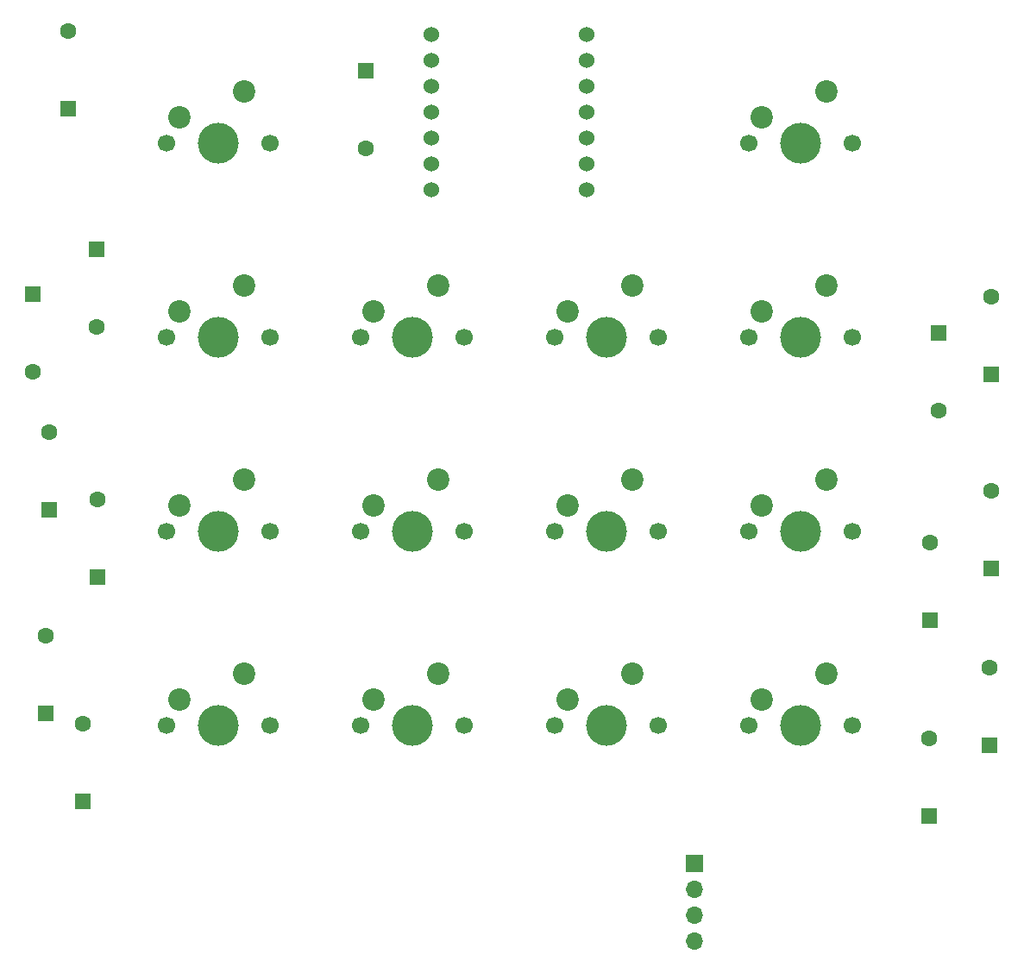
<source format=gbs>
%TF.GenerationSoftware,KiCad,Pcbnew,9.0.6*%
%TF.CreationDate,2025-12-02T12:20:49-05:00*%
%TF.ProjectId,TodoPad,546f646f-5061-4642-9e6b-696361645f70,rev?*%
%TF.SameCoordinates,Original*%
%TF.FileFunction,Soldermask,Bot*%
%TF.FilePolarity,Negative*%
%FSLAX46Y46*%
G04 Gerber Fmt 4.6, Leading zero omitted, Abs format (unit mm)*
G04 Created by KiCad (PCBNEW 9.0.6) date 2025-12-02 12:20:49*
%MOMM*%
%LPD*%
G01*
G04 APERTURE LIST*
G04 Aperture macros list*
%AMRoundRect*
0 Rectangle with rounded corners*
0 $1 Rounding radius*
0 $2 $3 $4 $5 $6 $7 $8 $9 X,Y pos of 4 corners*
0 Add a 4 corners polygon primitive as box body*
4,1,4,$2,$3,$4,$5,$6,$7,$8,$9,$2,$3,0*
0 Add four circle primitives for the rounded corners*
1,1,$1+$1,$2,$3*
1,1,$1+$1,$4,$5*
1,1,$1+$1,$6,$7*
1,1,$1+$1,$8,$9*
0 Add four rect primitives between the rounded corners*
20,1,$1+$1,$2,$3,$4,$5,0*
20,1,$1+$1,$4,$5,$6,$7,0*
20,1,$1+$1,$6,$7,$8,$9,0*
20,1,$1+$1,$8,$9,$2,$3,0*%
G04 Aperture macros list end*
%ADD10RoundRect,0.250000X-0.550000X0.550000X-0.550000X-0.550000X0.550000X-0.550000X0.550000X0.550000X0*%
%ADD11C,1.600000*%
%ADD12C,1.700000*%
%ADD13C,4.000000*%
%ADD14C,2.200000*%
%ADD15RoundRect,0.250000X0.550000X-0.550000X0.550000X0.550000X-0.550000X0.550000X-0.550000X-0.550000X0*%
%ADD16C,1.524000*%
%ADD17R,1.700000X1.700000*%
%ADD18O,1.700000X1.700000*%
G04 APERTURE END LIST*
D10*
%TO.C,D4*%
X98700000Y-70280000D03*
D11*
X98700000Y-77900000D03*
%TD*%
D12*
%TO.C,SW7*%
X143627500Y-97948750D03*
D13*
X148707500Y-97948750D03*
D12*
X153787500Y-97948750D03*
D14*
X151247500Y-92868750D03*
X144897500Y-95408750D03*
%TD*%
D12*
%TO.C,SW9*%
X105527500Y-78898750D03*
D13*
X110607500Y-78898750D03*
D12*
X115687500Y-78898750D03*
D14*
X113147500Y-73818750D03*
X106797500Y-76358750D03*
%TD*%
D15*
%TO.C,D12*%
X180500000Y-106710000D03*
D11*
X180500000Y-99090000D03*
%TD*%
D15*
%TO.C,D8*%
X97300000Y-124510000D03*
D11*
X97300000Y-116890000D03*
%TD*%
D12*
%TO.C,SW5*%
X105527500Y-97948750D03*
D13*
X110607500Y-97948750D03*
D12*
X115687500Y-97948750D03*
D14*
X113147500Y-92868750D03*
X106797500Y-95408750D03*
%TD*%
D12*
%TO.C,SW4*%
X162677500Y-116998750D03*
D13*
X167757500Y-116998750D03*
D12*
X172837500Y-116998750D03*
D14*
X170297500Y-111918750D03*
X163947500Y-114458750D03*
%TD*%
D10*
%TO.C,D10*%
X125100000Y-52790000D03*
D11*
X125100000Y-60410000D03*
%TD*%
D12*
%TO.C,SW2*%
X124577500Y-116998750D03*
D13*
X129657500Y-116998750D03*
D12*
X134737500Y-116998750D03*
D14*
X132197500Y-111918750D03*
X125847500Y-114458750D03*
%TD*%
D10*
%TO.C,D6*%
X181300000Y-78490000D03*
D11*
X181300000Y-86110000D03*
%TD*%
D15*
%TO.C,D14*%
X186500000Y-82550000D03*
D11*
X186500000Y-74930000D03*
%TD*%
D12*
%TO.C,SW6*%
X124577500Y-97948750D03*
D13*
X129657500Y-97948750D03*
D12*
X134737500Y-97948750D03*
D14*
X132197500Y-92868750D03*
X125847500Y-95408750D03*
%TD*%
D15*
%TO.C,D3*%
X186500000Y-101600000D03*
D11*
X186500000Y-93980000D03*
%TD*%
D15*
%TO.C,D1*%
X98800000Y-102510000D03*
D11*
X98800000Y-94890000D03*
%TD*%
D16*
%TO.C,U1*%
X131562500Y-49212500D03*
X131562500Y-51752500D03*
X131562500Y-54292500D03*
X131562500Y-56832500D03*
X131562500Y-59372500D03*
X131562500Y-61912500D03*
X131562500Y-64452500D03*
X146802500Y-64452500D03*
X146802500Y-61912500D03*
X146802500Y-59372500D03*
X146802500Y-56832500D03*
X146802500Y-54292500D03*
X146802500Y-51752500D03*
X146802500Y-49212500D03*
%TD*%
D15*
%TO.C,D13*%
X186300000Y-119010000D03*
D11*
X186300000Y-111390000D03*
%TD*%
D12*
%TO.C,SW10*%
X124577500Y-78898750D03*
D13*
X129657500Y-78898750D03*
D12*
X134737500Y-78898750D03*
D14*
X132197500Y-73818750D03*
X125847500Y-76358750D03*
%TD*%
D12*
%TO.C,SW12*%
X162677500Y-78898750D03*
D13*
X167757500Y-78898750D03*
D12*
X172837500Y-78898750D03*
D14*
X170297500Y-73818750D03*
X163947500Y-76358750D03*
%TD*%
D15*
%TO.C,D9*%
X180400000Y-125910000D03*
D11*
X180400000Y-118290000D03*
%TD*%
D12*
%TO.C,SW1*%
X105527500Y-116998750D03*
D13*
X110607500Y-116998750D03*
D12*
X115687500Y-116998750D03*
D14*
X113147500Y-111918750D03*
X106797500Y-114458750D03*
%TD*%
D12*
%TO.C,SW8*%
X162677500Y-97948750D03*
D13*
X167757500Y-97948750D03*
D12*
X172837500Y-97948750D03*
D14*
X170297500Y-92868750D03*
X163947500Y-95408750D03*
%TD*%
D12*
%TO.C,SW14*%
X162677500Y-59848750D03*
D13*
X167757500Y-59848750D03*
D12*
X172837500Y-59848750D03*
D14*
X170297500Y-54768750D03*
X163947500Y-57308750D03*
%TD*%
D15*
%TO.C,D11*%
X95900000Y-56510000D03*
D11*
X95900000Y-48890000D03*
%TD*%
D15*
%TO.C,D7*%
X93700000Y-115810000D03*
D11*
X93700000Y-108190000D03*
%TD*%
D12*
%TO.C,SW11*%
X143627500Y-78898750D03*
D13*
X148707500Y-78898750D03*
D12*
X153787500Y-78898750D03*
D14*
X151247500Y-73818750D03*
X144897500Y-76358750D03*
%TD*%
D10*
%TO.C,D5*%
X92400000Y-74690000D03*
D11*
X92400000Y-82310000D03*
%TD*%
D12*
%TO.C,SW13*%
X105527500Y-59848750D03*
D13*
X110607500Y-59848750D03*
D12*
X115687500Y-59848750D03*
D14*
X113147500Y-54768750D03*
X106797500Y-57308750D03*
%TD*%
D17*
%TO.C,U2*%
X157400000Y-130590000D03*
D18*
X157400000Y-133130000D03*
X157400000Y-135670000D03*
X157400000Y-138210000D03*
%TD*%
D15*
%TO.C,D2*%
X94000000Y-95910000D03*
D11*
X94000000Y-88290000D03*
%TD*%
D12*
%TO.C,SW3*%
X143627500Y-116998750D03*
D13*
X148707500Y-116998750D03*
D12*
X153787500Y-116998750D03*
D14*
X151247500Y-111918750D03*
X144897500Y-114458750D03*
%TD*%
M02*

</source>
